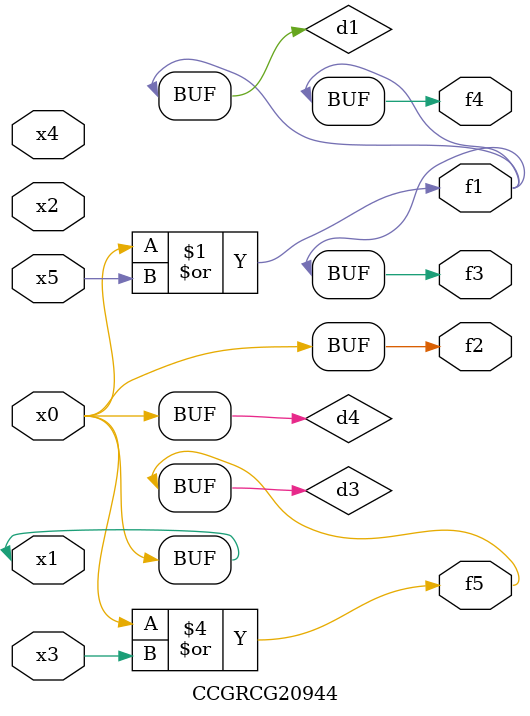
<source format=v>
module CCGRCG20944(
	input x0, x1, x2, x3, x4, x5,
	output f1, f2, f3, f4, f5
);

	wire d1, d2, d3, d4;

	or (d1, x0, x5);
	xnor (d2, x1, x4);
	or (d3, x0, x3);
	buf (d4, x0, x1);
	assign f1 = d1;
	assign f2 = d4;
	assign f3 = d1;
	assign f4 = d1;
	assign f5 = d3;
endmodule

</source>
